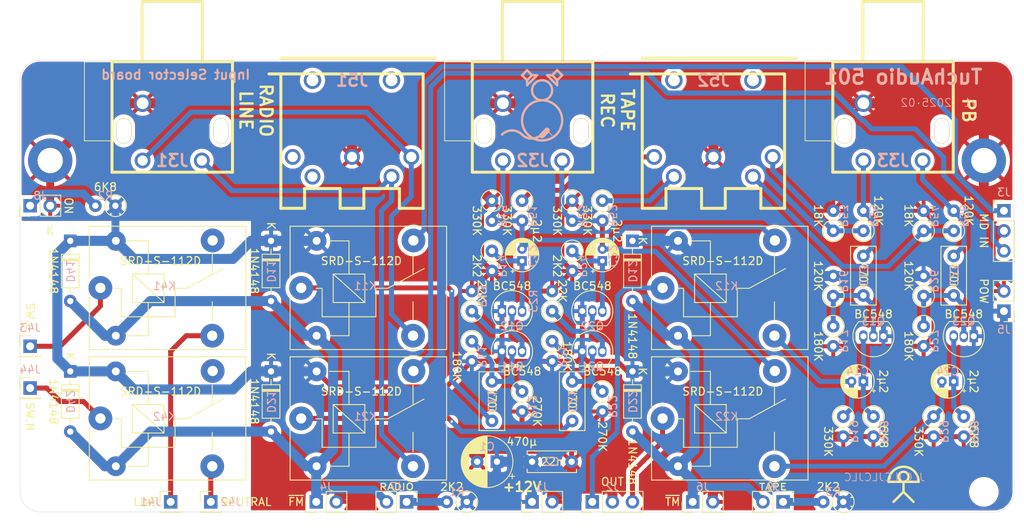
<source format=kicad_pcb>
(kicad_pcb (version 20240108) (generator "pcbnew") (generator_version "8.0")
  (layers (0 "F.Cu" signal) (31 "B.Cu" signal) (34 "B.Paste" user) (35 "F.Paste" user) (36 "B.SilkS" user "B.Silkscreen") (37 "F.SilkS" user "F.Silkscreen") (38 "B.Mask" user) (39 "F.Mask" user) (44 "Edge.Cuts" user))
  (net 0 "")
  (net 1 "GND")
  (net 2 "+12V")
  (net 3 "/LIN_B")
  (net 4 "/LINE_IN")
  (net 5 "/LE")
  (net 6 "/LINE_OUT")
  (net 7 "/TAPE_PB")
  (net 8 "/TM_B")
  (net 9 "/TAPE_OUT")
  (net 10 "/TM_E")
  (net 11 "/LIN_B'")
  (net 12 "/LINE_IN'")
  (net 13 "/LINE_OUT'")
  (net 14 "/LE'")
  (net 15 "/TM_B'")
  (net 16 "/TAPE_PB'")
  (net 17 "/TM_E'")
  (net 18 "/TAPE_OUT'")
  (net 19 "/~{FM}")
  (net 20 "/~{TM}")
  (net 21 "/OUT")
  (net 22 "/OUT'")
  (net 23 "/MD'")
  (net 24 "/MD")
  (net 25 "/FM'")
  (net 26 "/FM")
  (net 27 "/AC_N")
  (net 28 "/AC_L")
  (net 29 "/SW_L")
  (net 30 "/SW_N")
  (net 33 "/PB'")
  (net 34 "/REC")
  (net 35 "/PB")
  (net 36 "/REC'")
  (net 39 "/LB")
  (net 40 "/LB'")
  (net 41 "/FM_LED")
  (net 42 "/PW_LED")
  (net 43 "/TM_LED")
  (footprint "Resistor_THT:R_Axial_DIN0207_L6.3mm_D2.5mm_P2.54mm_Vertical" (layer "F.Cu") (at 92.71 53.34 -90)
    (property "Reference" "R15")
    (property "Value" "330K")
  )
  (footprint "MountingHole:MountingHole_3.2mm_M3_DIN965_Pad" (layer "F.Cu") (at 154.94 48.26)
    (property "Reference" "H2" (hide yes))
    (property "Value" "MountingHole_Pad" (hide yes))
  )
  (footprint "Capacitor_THT:CP_Radial_D4.0mm_P1.50mm" (layer "F.Cu") (at 139.7 76.2 180)
    (property "Reference" "C14")
    (property "Value" "2µ2")
  )
  (footprint "Relay_THT:Relay_SPDT_SANYOU_SRD_Series_Form_C" (layer "F.Cu") (at 68.58 64.37)
    (property "Reference" "K11")
    (property "Value" "SRD-S-112D")
  )
  (footprint "Connector_PinHeader_2.54mm:PinHeader_1x02_P2.54mm_Vertical" (layer "F.Cu") (at 129.54 91.44 -90)
    (property "Reference" "J9")
    (property "Value" "TAPE")
  )
  (footprint "Resistor_THT:R_Axial_DIN0207_L6.3mm_D2.5mm_P2.54mm_Vertical" (layer "F.Cu") (at 106.68 53.34 -90)
    (property "Reference" "R52")
    (property "Value" "330K")
  )
  (footprint "Resistor_THT:R_Axial_DIN0207_L6.3mm_D2.5mm_P2.54mm_Vertical" (layer "F.Cu") (at 137.16 80.645 -90)
    (property "Reference" "R19")
    (property "Value" "330K")
  )
  (footprint "Diode_THT:D_DO-35_SOD27_P7.62mm_Horizontal" (layer "F.Cu") (at 110.49 58.42 -90)
    (property "Reference" "D12")
    (property "Value" "1N4148")
  )
  (footprint "Connector_PinHeader_2.54mm:PinHeader_1x02_P2.54mm_Vertical" (layer "F.Cu") (at 81.915 91.44 -90)
    (property "Reference" "J7")
    (property "Value" "RADIO")
  )
  (footprint "Resistor_THT:R_Axial_DIN0207_L6.3mm_D2.5mm_P2.54mm_Vertical" (layer "F.Cu") (at 140.97 80.645 -90)
    (property "Reference" "R18")
    (property "Value" "6K8")
  )
  (footprint "Resistor_THT:R_Axial_DIN0207_L6.3mm_D2.5mm_P2.54mm_Vertical" (layer "F.Cu") (at 106.68 77.47 -90)
    (property "Reference" "R22")
    (property "Value" "270K")
  )
  (footprint "Capacitor_THT:C_Rect_L7.2mm_W3.0mm_P5.00mm_FKS2_FKP2_MKS2_MKP2" (layer "F.Cu") (at 151.13 60.325 -90)
    (property "Reference" "C23")
    (property "Value" "470n")
  )
  (footprint "Resistor_THT:R_Axial_DIN0207_L6.3mm_D2.5mm_P2.54mm_Vertical" (layer "F.Cu") (at 100.33 67.31 90)
    (property "Reference" "R23")
    (property "Value" "22K")
  )
  (footprint "Resistor_THT:R_Axial_DIN0207_L6.3mm_D2.5mm_P2.54mm_Vertical" (layer "F.Cu") (at 100.33 71.12 -90)
    (property "Reference" "R21")
    (property "Value" "180K")
  )
  (footprint "Connector_PinHeader_2.54mm:PinHeader_1x01_P2.54mm_Vertical" (layer "F.Cu") (at 57.15 91.44)
    (property "Reference" "J42")
    (property "Value" "NEUTRAL")
  )
  (footprint "Package_TO_SOT_THT:TO-92_Inline" (layer "F.Cu") (at 104.14 72.39)
    (property "Reference" "Q21")
    (property "Value" "BC548")
  )
  (footprint "Diode_THT:D_DO-35_SOD27_P7.62mm_Horizontal" (layer "F.Cu") (at 110.49 74.93 -90)
    (property "Reference" "D22")
    (property "Value" "1N4148")
  )
  (footprint "Resistor_THT:R_Axial_DIN0207_L6.3mm_D2.5mm_P2.54mm_Vertical" (layer "F.Cu") (at 147.32 65.405 90)
    (property "Reference" "R26")
    (property "Value" "120K")
  )
  (footprint "durango:DIN 5-180deg" (layer "F.Cu") (at 111.73 37.3)
    (property "Reference" "J52")
    (property "Value" "TAPE")
  )
  (footprint "Resistor_THT:R_Axial_DIN0207_L6.3mm_D2.5mm_P2.54mm_Vertical" (layer "F.Cu") (at 135.89 57.15 90)
    (property "Reference" "R53")
    (property "Value" "18K")
  )
  (footprint "Capacitor_THT:CP_Radial_D6.3mm_P2.50mm" (layer "F.Cu") (at 93.345 86.36 180)
    (property "Reference" "C1")
    (property "Value" "470µ")
  )
  (footprint "Resistor_THT:R_Axial_DIN0207_L6.3mm_D2.5mm_P2.54mm_Vertical" (layer "F.Cu") (at 92.71 59.69 -90)
    (property "Reference" "R14")
    (property "Value" "2K2")
  )
  (footprint "Resistor_THT:R_Axial_DIN0207_L6.3mm_D2.5mm_P2.54mm_Vertical" (layer "F.Cu") (at 102.87 59.69 -90)
    (property "Reference" "R24")
    (property "Value" "2K2")
  )
  (footprint "Package_TO_SOT_THT:TO-92_Inline" (layer "F.Cu") (at 93.98 72.39)
    (property "Reference" "Q11")
    (property "Value" "BC548")
  )
  (footprint "Connector_PinHeader_2.54mm:PinHeader_1x01_P2.54mm_Vertical" (layer "F.Cu") (at 34.29 77.04)
    (property "Reference" "J44")
    (property "Value" "SW.N")
  )
  (footprint "Resistor_THT:R_Axial_DIN0207_L6.3mm_D2.5mm_P2.54mm_Vertical" (layer "F.Cu") (at 96.52 77.47 -90)
    (property "Reference" "R12")
    (property "Value" "270K")
  )
  (footprint "Resistor_THT:R_Axial_DIN0207_L6.3mm_D2.5mm_P2.54mm_Vertical" (layer "F.Cu") (at 147.32 57.15 90)
    (property "Reference" "R54")
    (property "Value" "18K")
  )
  (footprint "durango:2xRCA_vertical" (layer "F.Cu") (at 102.93 35.76 180)
    (property "Reference" "J32")
    (property "Value" "REC")
  )
  (footprint "Diode_THT:D_DO-35_SOD27_P7.62mm_Horizontal" (layer "F.Cu") (at 64.77 58.42 -90)
    (property "Reference" "D11")
    (property "Value" "1N4148")
  )
  (footprint "MountingHole:MountingHole_3.2mm_M3" (layer "F.Cu") (at 36.83 90.17)
    (property "Reference" "H3" (hide yes))
    (property "Value" "MountingHole" (hide yes))
  )
  (footprint "Resistor_THT:R_Axial_DIN0207_L6.3mm_D2.5mm_P2.54mm_Vertical" (layer "F.Cu") (at 135.89 65.405 90)
    (property "Reference" "R16")
    (property "Value" "120K")
  )
  (footprint "Relay_THT:Relay_SPDT_SANYOU_SRD_Series_Form_C" (layer "F.Cu") (at 43.18 64.37)
    (property "Reference" "K41")
    (property "Value" "SRD-S-112D")
  )
  (footprint "Capacitor_THT:C_Rect_L7.2mm_W3.0mm_P5.00mm_FKS2_FKP2_MKS2_MKP2" (layer "F.Cu") (at 139.7 60.325 -90)
    (property "Reference" "C13")
    (property "Value" "470n")
  )
  (footprint "Connector_PinHeader_2.54mm:PinHeader_1x02_P2.54mm_Vertical" (layer "F.Cu") (at 34.29 53.975 90)
    (property "Reference" "J8")
    (property "Value" "ON")
  )
  (footprint "Resistor_THT:R_Axial_DIN0207_L6.3mm_D2.5mm_P2.54mm_Vertical" (layer "F.Cu") (at 148.59 80.645 -90)
    (property "Reference" "R29")
    (property "Value" "330K")
  )
  (footprint "Capacitor_THT:CP_Radial_D4.0mm_P1.50mm" (layer "F.Cu") (at 106.68 60.96 90)
    (property "Reference" "C22")
    (property "Value" "2µ2")
  )
  (footprint "Diode_THT:D_DO-35_SOD27_P7.62mm_Horizontal" (layer "F.Cu") (at 39.37 58.42 -90)
    (property "Reference" "D41")
    (property "Value" "1N4148")
  )
  (footprint "Connector_PinHeader_2.54mm:PinHeader_1x01_P2.54mm_Vertical" (layer "F.Cu") (at 52.07 91.44)
    (property "Reference" "J41")
    (property "Value" "LIVE")
  )
  (footprint "Connector_PinHeader_2.54mm:PinHeader_1x01_P2.54mm_Vertical" (layer "F.Cu") (at 34.29 71.755)
    (property "Reference" "J43")
    (property "Value" "SW.L")
  )
  (footprint "Resistor_THT:R_Axial_DIN0207_L6.3mm_D2.5mm_P2.54mm_Vertical" (layer "F.Cu") (at 90.17 67.31 90)
    (property "Reference" "R13")
    (property "Value" "22K")
  )
  (footprint "Resistor_THT:R_Axial_DIN0207_L6.3mm_D2.5mm_P2.54mm_Vertical" (layer "F.Cu") (at 137.16 91.44 180)
    (property "Reference" "R3")
    (property "Value" "2K2")
  )
  (footprint "Resistor_THT:R_Axial_DIN0207_L6.3mm_D2.5mm_P2.54mm_Vertical" (layer "F.Cu") (at 152.4 80.645 -90)
    (property "Reference" "R28")
    (property "Value" "6K8")
  )
  (footprint "MountingHole:MountingHole_3.2mm_M3_DIN965_Pad" (layer "F.Cu") (at 36.83 48.26)
    (property "Reference" "H1" (hide yes))
    (property "Value" "MountingHole_Pad" (hide yes))
  )
  (footprint "Relay_THT:Relay_SPDT_SANYOU_SRD_Series_Form_C" (layer "F.Cu") (at 68.58 80.88)
    (property "Reference" "K21")
    (property "Value" "SRD-S-112D")
  )
  (footprint "Resistor_THT:R_Axial_DIN0207_L6.3mm_D2.5mm_P2.54mm_Vertical" (layer "F.Cu") (at 102.87 53.34 -90)
    (property "Reference" "R25")
    (property "Value" "330K")
  )
  (footprint "Diode_THT:D_DO-35_SOD27_P7.62mm_Horizontal" (layer "F.Cu") (at 64.77 74.93 -90)
    (property "Reference" "D21")
    (property "Value" "1N4148")
  )
  (footprint "Capacitor_THT:CP_Radial_D4.0mm_P1.50mm" (layer "F.Cu") (at 151.13 76.2 180)
    (property "Reference" "C24")
    (property "Value" "2µ2")
  )
  (footprint "Resistor_THT:R_Axial_DIN0207_L6.3mm_D2.5mm_P2.54mm_Vertical" (layer "F.Cu") (at 139.7 57.15 90)
    (property "Reference" "R55")
    (property "Value" "120K")
  )
  (footprint "Resistor_THT:R_Axial_DIN0207_L6.3mm_D2.5mm_P2.54mm_Vertical" (layer "F.Cu") (at 135.89 69.215 -90)
    (property "Reference" "R17")
    (property "Value" "180K")
  )
  (footprint "Relay_THT:Relay_SPDT_SANYOU_SRD_Series_Form_C" (layer "F.Cu") (at 114.3 64.37)
    (property "Reference" "K12")
    (property "Value" "SRD-S-112D")
  )
  (footprint "Package_TO_SOT_THT:TO-92_Inline" (layer "F.Cu") (at 93.98 67.31)
    (property "Reference" "Q12")
    (property "Value" "BC548")
  )
  (footprint "Package_TO_SOT_THT:TO-92_Inline" (layer "F.Cu") (at 104.14 67.31)
    (property "Reference" "Q22")
    (property "Value" "BC548")
  )
  (footprint "Resistor_THT:R_Axial_DIN0207_L6.3mm_D2.5mm_P2.54mm_Vertical" (layer "F.Cu") (at 147.32 69.215 -90)
    (property "Reference" "R27")
    (property "Value" "180K")
  )
  (footprint "Relay_THT:Relay_SPDT_SANYOU_SRD_Series_Form_C" (layer "F.Cu") (at 114.3 80.88)
    (property "Reference" "K22")
    (property "Value" "SRD-S-112D")
  )
  (footprint "Connector_PinHeader_2.54mm:PinHeader_1x02_P2.54mm_Vertical" (layer "F.Cu") (at 70.485 91.44 90)
    (property "Reference" "J4")
    (property "Value" "~{FM}")
  )
  (footprint "Diode_THT:D_DO-35_SOD27_P7.62mm_Horizontal" (layer "F.Cu") (at 39.37 74.93 -90)
    (property "Reference" "D42")
    (property "Value" "1N4148")
  )
  (footprint "Connector_PinHeader_2.54mm:PinHeader_1x03_P2.54mm_Vertical" (layer "F.Cu") (at 105.41 91.44 90)
    (property "Reference" "J2")
    (property "Value" "OUT")
  )
  (footprint "Resistor_THT:R_Axial_DIN0207_L6.3mm_D2.5mm_P2.54mm_Vertical" (layer "F.Cu") (at 96.52 53.34 -90)
    (property "Reference" "R51")
    (property "Value" "330K")
  )
  (footprint "Package_TO_SOT_THT:TO-92_Inline" (layer "F.Cu") (at 142.24 70.485 180)
    (property "Reference" "Q13")
    (property "Value" "BC548")
  )
  (footprint "Resistor_THT:R_Axial_DIN0207_L6.3mm_D2.5mm_P2.54mm_Vertical" (layer "F.Cu") (at 45.085 53.975 180)
    (property "Reference" "R2")
    (property "Value" "6K8")
  )
  (footprint "Capacitor_THT:C_Rect_L7.2mm_W3.0mm_P5.00mm_FKS2_FKP2_MKS2_MKP2" (layer "F.Cu") (at 92.71 81.2 90)
    (property "Reference" "C11")
    (property "Value" "470n")
  )
  (footprint "Connector_PinHeader_2.54mm:PinHeader_1x03_P2.54mm_Vertical" (layer "F.Cu") (at 157.48 54.61)
    (property "Reference" "J3")
    (property "Value" "MD IN")
  )
  (footprint "Resistor_THT:R_Axial_DIN0207_L6.3mm_D2.5mm_P2.54mm_Vertical" (layer "F.Cu") (at 90.17 71.12 -90)
    (property "Reference" "R11")
    (property "Value" "180K")
  )
  (footprint "Relay_THT:Relay_SPDT_SANYOU_SRD_Series_Form_C" (layer "F.Cu") (at 43.18 80.88)
    (property "Reference" "K42")
    (property "Value" "SRD-S-112D")
  )
  (footprint "Capacitor_THT:C_Disc_D6.0mm_W2.5mm_P5.00mm" (layer "F.Cu") (at 97.79 86.36)
    (property "Reference" "C2")
    (property "Value" "22n")
  )
  (footprint "Connector_PinHeader_2.54mm:PinHeader_1x02_P2.54mm_Vertical" (layer "F.Cu") (at 118.11 91.44 90)
    (property "Reference" "J6")
    (property "Value" "~{TM}")
  )
  (footprint "Capacitor_THT:C_Rect_L7.2mm_W3.0mm_P5.00mm_FKS2_FKP2_MKS2_MKP2" (layer "F.Cu") (at 102.87 81.2 90)
    (property "Reference" "C21")
    (property "Value" "470n")
  )
  (footprint "Package_TO_SOT_THT:TO-92_Inline" (layer "F.Cu") (at 153.67 70.485 180)
    (property "Reference" "Q23")
    (property "Value" "BC548")
  )
  (footprint "durango:2xRCA_vertical" (layer "F.Cu") (at 148.53 35.76 180)
    (property "Reference" "J33")
    (property "Value" "PB")
  )
  (footprint "Connector_PinHeader_2.54mm:PinHeader_1x02_P2.54mm_Vertical" (layer "F.Cu") (at 97.785 91.44 90)
    (property "Reference" "J1")
    (property "Value" "+12V")
  )
  (footprint "Connector_PinHeader_2.54mm:PinHeader_1x02_P2.54mm_Vertical" (layer "F.Cu") (at 157.48 67.31 180)
    (property "Reference" "J5")
    (property "Value" "POW")
  )
  (footprint "Capacitor_THT:CP_Radial_D4.0mm_P1.50mm" (layer "F.Cu") (at 96.52 60.96 90)
    (property "Reference" "C12")
    (property "Value" "2µ2")
  )
  (footprint "durango:DIN 5-180deg" (layer "F.Cu") (at 66.01 37.3)
    (property "Reference" "J51")
    (property "Value" "RADIO")
  )
  (footprint "durango:2xRCA_vertical" (layer "F.Cu") (at 57.35 35.76 180)
    (property "Reference" "J31")
    (property "Value" "LINE")
  )
  (footprint "Resistor_THT:R_Axial_DIN0207_L6.3mm_D2.5mm_P2.54mm_Vertical" (layer "F.Cu") (at 89.535 91.44 180)
    (property "Reference" "R1")
    (property "Value" "2K2")
  )
  (footprint "Resistor_THT:R_Axial_DIN0207_L6.3mm_D2.5mm_P2.54mm_Vertical" (layer "F.Cu") (at 151.13 57.15 90)
    (property "Reference" "R56")
    (property "Value" "120K")
  )
  (footprint "MountingHole:MountingHole_3.2mm_M3" (layer "F.Cu") (at 154.94 90.17)
    (property "Reference" "H4" (hide yes))
    (property "Value" "MountingHole" (hide yes))
  )
  (gr_arc (start 99.006746 44.920356) (mid 97.775262 45.479676) (end 96.52 44.976051) (stroke (width 0.3)) (layer "B.SilkS"))
  (gr_line (start 100.965 38.1) (end 101.6 37.465) (stroke (width 0.3)) (layer "B.SilkS"))
  (gr_line (start 100.33 37.465) (end 100.965 38.1) (stroke (width 0.3)) (layer "B.SilkS"))
  (gr_line (start 97.155 36.83) (end 97.79 37.465) (stroke (width 0.3)) (layer "B.SilkS"))
  (gr_arc (start 93.98 44.976051) (mid 95.25 44.45) (end 96.52 44.976051) (stroke (width 0.3)) (layer "B.SilkS"))
  (gr_line (start 96.52 37.465) (end 97.155 36.83) (stroke (width 0.3)) (layer "B.SilkS"))
  (gr_line (start 100.33 38.1) (end 100.965 38.735) (stroke (width 0.3)) (layer "B.SilkS"))
  (gr_circle (center 99.06 43.18) (end 101.6 43.18) (stroke (width 0.3)) (fill none) (layer "B.SilkS"))
  (gr_line (start 101.6 37.465) (end 100.965 36.83) (stroke (width 0.3)) (layer "B.SilkS"))
  (gr_line (start 99.695 44.45) (end 100.33 45.085) (stroke (width 0.1)) (layer "B.SilkS"))
  (gr_line (start 100.965 38.735) (end 100.965 38.1) (stroke (width 0.3)) (layer "B.SilkS"))
  (gr_line (start 97.79 37.465) (end 97.155 38.1) (stroke (width 0.3)) (layer "B.SilkS"))
  (gr_line (start 97.155 38.1) (end 97.155 38.735) (stroke (width 0.3)) (layer "B.SilkS"))
  (gr_line (start 100.33 37.465) (end 99.695 37.465) (stroke (width 0.3)) (layer "B.SilkS"))
  (gr_line (start 99.06 45.085) (end 99.695 44.45) (stroke (width 0.7) (type dash_dot_dot)) (layer "B.SilkS"))
  (gr_line (start 100.965 36.83) (end 100.33 37.465) (stroke (width 0.3)) (layer "B.SilkS"))
  (gr_circle (center 99.06 39.37) (end 100.33 39.37) (stroke (width 0.3)) (fill none) (layer "B.SilkS"))
  (gr_line (start 97.155 38.1) (end 96.52 37.465) (stroke (width 0.3)) (layer "B.SilkS"))
  (gr_line (start 99.695 37.465) (end 100.33 38.1) (stroke (width 0.3)) (layer "B.SilkS"))
  (gr_line (start 98.425 37.465) (end 97.79 37.465) (stroke (width 0.3)) (layer "B.SilkS"))
  (gr_line (start 97.155 38.735) (end 98.425 37.465) (stroke (width 0.3)) (layer "B.SilkS"))
  (gr_circle (center 144.78 88.265) (end 145.415 88.265) (stroke (width 0.3)) (fill none) (layer "F.SilkS"))
  (gr_line (start 144.78 88.9) (end 144.78 90.17) (stroke (width 0.3)) (layer "F.SilkS"))
  (gr_line (start 142.875 88.9) (end 146.685 88.9) (stroke (width 0.3)) (layer "F.SilkS"))
  (gr_line (start 144.78 90.17) (end 146.05 91.44) (stroke (width 0.3)) (layer "F.SilkS"))
  (gr_line (start 144.78 90.17) (end 143.51 91.44) (stroke (width 0.3)) (layer "F.SilkS"))
  (gr_arc (start 142.875 88.9) (mid 144.78 86.995) (end 146.685 88.9) (stroke (width 0.3)) (layer "F.SilkS"))
  (gr_arc (start 156.21 35.56) (mid 158.006051 36.303949) (end 158.75 38.1) (stroke (width 0.05)) (layer "Edge.Cuts"))
  (gr_arc (start 158.75 90.17) (mid 158.006051 91.966051) (end 156.21 92.71) (stroke (width 0.05)) (layer "Edge.Cuts"))
  (gr_line (start 33.02 90.17) (end 33.02 38.1) (stroke (width 0.05)) (layer "Edge.Cuts"))
  (gr_arc (start 33.02 38.1) (mid 33.763949 36.303949) (end 35.56 35.56) (stroke (width 0.05)) (layer "Edge.Cuts"))
  (gr_arc (start 35.56 92.71) (mid 33.763949 91.966051) (end 33.02 90.17) (stroke (width 0.05)) (layer "Edge.Cuts"))
  (gr_line (start 35.56 35.56) (end 156.21 35.56) (stroke (width 0.05)) (layer "Edge.Cuts"))
  (gr_line (start 156.21 92.71) (end 35.56 92.71) (stroke (width 0.05)) (layer "Edge.Cuts"))
  (gr_line (start 158.75 38.1) (end 158.75 90.17) (stroke (width 0.05)) (layer "Edge.Cuts"))
  (gr_text "v1  2025·02" (at 154.178 41.529 0) (layer "B.SilkS") (effects (font (size 1 1) (thickness 0.1)) (justify left bottom mirror)))
  (gr_text "JLCJLCJLCJLC" (at 147.574 88.9 0) (layer "B.SilkS") (effects (font (size 1 1) (thickness 0.1)) (justify left bottom mirror)))
  (gr_text "TuchAudio 501" (at 154.94 38.735 0) (layer "B.SilkS") (effects (font (size 1.8 1.8) (thickness 0.36) (bold yes)) (justify left bottom mirror)))
  (gr_text "Input Selector board" (at 52.705 38.1 0) (layer "B.SilkS") (effects (font (size 1.2 1.2) (thickness 0.24) (bold yes)) (justify bottom mirror)))
  (segment (start 90.17 64.77) (end 92.71 62.23) (width 0.635) (layer "F.Cu") (net 1))
  (segment (start 134.62 41.01) (end 139.7 41.01) (width 1.27) (layer "F.Cu") (net 1))
  (segment (start 102.01 89.755) (end 102.79 88.975) (width 1.27) (layer "F.Cu") (net 1))
  (segment (start 144.78 71.755) (end 144.78 83.185) (width 0.635) (layer "F.Cu") (net 1))
  (segment (start 154.94 48.26) (end 154.94 55.812081) (width 1.27) (layer "F.Cu") (net 1))
  (segment (start 96.52 84.725) (end 98.695 84.725) (width 1.27) (layer "F.Cu") (net 1))
  (segment (start 146.0025 53.2925) (end 137.2075 53.2925) (width 0.635) (layer "F.Cu") (net 1))
  (segment (start 156.1125 63.4025) (end 156.1125 62.23) (width 0.635) (layer "F.Cu") (net 1))
  (segment (start 127.702919 83.185) (end 137.16 83.185) (width 1.27) (layer "F.Cu") (net 1))
  (segment (start 102.79 86.36) (end 102.79 83.9) (width 0.635) (layer "F.Cu") (net 1))
  (segment (start 93.98 40.64) (end 93.61 41.01) (width 0.635) (layer "F.Cu") (net 1))
  (segment (start 135.89 54.61) (end 134.62 53.34) (width 1.27) (layer "F.Cu") (net 1))
  (segment (start 144.78 83.185) (end 152.4 83.185) (width 0.635) (layer "F.Cu") (net 1))
  (segment (start 148.6375 55.9275) (end 148.6375 62.23) (width 0.635) (layer "F.Cu") (net 1))
  (segment (start 120.65 90.237919) (end 127.702919 83.185) (width 1.27) (layer "F.Cu") (net 1))
  (segment (start 156.1125 62.23) (end 156.1125 58.5175) (width 0.635) (layer "F.Cu") (net 1))
  (segment (start 101.5525 60.9125) (end 102.87 62.23) (width 0.635) (layer "F.Cu") (net 1))
  (segment (start 154.94 55.812081) (end 156.277919 57.15) (width 1.27) (layer "F.Cu") (net 1))
  (segment (start 148.6375 70.4375) (end 147.32 71.755) (width 0.635) (layer "F.Cu") (net 1))
  (segment (start 91.34863 84.725) (end 96.52 84.725) (width 1.27) (layer "F.Cu") (net 1))
  (segment (start 137.2075 53.2925) (end 135.89 54.61) (width 0.635) (layer "F.Cu") (net 1))
  (segment (start 95.25 64.77) (end 100.33 64.77) (width 0.635) (layer "F.Cu") (net 1))
  (segment (start 120.73 41.09) (end 120.65 41.01) (width 1.27) (layer "F.Cu") (net 1))
  (segment (start 94.1 40.64) (end 93.98 40.64) (width 0.635) (layer "F.Cu") (net 1))
  (segment (start 147.32 54.61) (end 148.6375 55.9275) (width 0.635) (layer "F.Cu") (net 1))
  (segment (start 101.5525 54.6575) (end 101.5525 60.9125) (width 0.635) (layer "F.Cu") (net 1))
  (segment (start 88.9 41.01) (end 94.1 41.01) (width 1.27) (layer "F.Cu") (net 1))
  (segment (start 91.34863 84.725) (end 91.21863 84.595) (width 1.27) (layer "F.Cu") (net 1))
  (segment (start 44.08 41.01) (end 48.52 41.01) (width 1.27) (layer "F.Cu") (net 1))
  (segment (start 102.79 88.975) (end 102.79 86.36) (width 1.27) (layer "F.Cu") (net 1))
  (segment (start 74.93 41.01) (end 88.9 41.01) (width 1.27) (layer "F.Cu") (net 1))
  (segment (start 139.7 41.01) (end 151.649797 41.01) (width 1.27) (layer "F.Cu") (net 1))
  (segment (start 36.83 48.26) (end 44.08 41.01) (width 1.27) (layer "F.Cu") (net 1))
  (segment (start 94.1 41.01) (end 120.65 41.01) (width 1.27) (layer "F.Cu") (net 1))
  (segment (start 75.01 41.09) (end 74.93 41.01) (width 1.27) (layer "F.Cu") (net 1))
  (segment (start 135.89 71.755) (end 144.78 71.755) (width 0.635) (layer "F.Cu") (net 1))
  (segment (start 156.1125 58.5175) (end 157.48 57.15) (width 0.635) (layer "F.Cu") (net 1))
  (segment (start 91.3925 54.6575) (end 91.3925 60.9125) (width 0.635) (layer "F.Cu") (net 1))
  (segment (start 144.78 71.755) (end 147.32 71.755) (width 0.635) (layer "F.Cu") (net 1))
  (segment (start 134.62 53.34) (end 134.62 41.01) (width 1.27) (layer "F.Cu") (net 1))
  (segment (start 154.94 44.300203) (end 154.94 48.26) (width 1.27) (layer "F.Cu") (net 1))
  (segment (start 151.649797 41.01) (end 154.94 44.300203) (width 1.27) (layer "F.Cu") (net 1))
  (segment (start 91.21863 84.595) (end 79.87 84.595) (width 1.27) (layer "F.Cu") (net 1))
  (segment (start 90.845 85.22863) (end 91.34863 84.725) (width 1.27) (layer "F.Cu") (net 1))
  (segment (start 100.33 64.77) (end 102.87 62.23) (width 0.635) (layer "F.Cu") (net 1))
  (segment (start 88.9 49.53) (end 88.9 41.01) (width 1.27) (layer "F.Cu") (net 1))
  (segment (start 90.845 86.36) (end 90.845 85.22863) (width 1.27) (layer "F.Cu") (net 1))
  (segment (start 98.695 84.725) (end 100.325 86.355) (width 1.27) (layer "F.Cu") (net 1))
  (segment (start 102.79 83.9) (end 106.68 80.01) (width 0.635) (layer "F.Cu") (net 1))
  (segment (start 92.71 53.34) (end 88.9 49.53) (width 1.27) (layer "F.Cu") (net 1))
  (segment (start 144.78 83.185) (end 137.16 83.185) (width 0.635) (layer "F.Cu") (net 1))
  (segment (start 79.87 84.595) (end 73.025 91.44) (width 1.27) (layer "F.Cu") (net 1))
  (segment (start 148.6375 62.23) (end 148.6375 70.4375) (width 0.635) (layer "F.Cu") (net 1))
  (segment (start 148.6375 62.23) (end 156.1125 62.23) (width 0.635) (layer "F.Cu") (net 1))
  (segment (start 147.32 54.61) (end 146.0025 53.2925) (width 0.635) (layer "F.Cu") (net 1))
  (segment (start 91.3925 60.9125) (end 92.71 62.23) (width 0.635) (layer "F.Cu") (net 1))
  (segment (start 120.73 47.8) (end 120.73 41.09) (width 1.27) (layer "F.Cu") (net 1))
  (segment (start 100.325 91.44) (end 102.01 89.755) (width 1.27) (layer "F.Cu") (net 1))
  (segment (start 107.535 89.755) (end 107.95 90.17) (width 1.27) (layer "F.Cu") (net 1))
  (segment (start 92.71 53.34) (end 91.3925 54.6575) (width 0.635) (layer "F.Cu") (net 1))
  (segment (start 156.277919 57.15) (end 157.48 57.15) (width 1.27) (layer "F.Cu") (net 1))
  (segment (start 102.87 53.34) (end 101.5525 54.6575) (width 0.635) (layer "F.Cu") (net 1))
  (segment (start 107.95 90.17) (end 107.95 91.44) (width 1.27) (layer "F.Cu") (net 1))
  (segment (start 120.65 41.01) (end 134.62 41.01) (width 1.27) (layer "F.Cu") (net 1))
  (segment (start 92.71 62.23) (end 95.25 64.77) (width 0.635) (layer "F.Cu") (net 1))
  (segment (start 36.83 48.26) (end 36.83 53.975) (width 1) (layer "F.Cu") (net 1))
  (segment (start 120.65 91.44) (end 120.65 90.237919) (width 1.27) (layer "F.Cu") (net 1))
  (segment (start 100.325 86.355) (end 100.325 91.44) (width 1.27) (layer "F.Cu") (net 1))
  (segment (start 75.01 47.8) (end 75.01 41.09) (width 1.27) (layer "F.Cu") (net 1))
  (segment (start 48.52 41.01) (end 74.93 41.01) (width 1.27) (layer "F.Cu") (net 1))
  (segment (start 102.01 89.755) (end 107.535 89.755) (width 1.27) (layer "F.Cu") (net 1))
  (segment (start 157.48 64.77) (end 156.1125 63.4025) (width 0.635) (layer "F.Cu") (net 1))
  (segment (start 96.52 84.725) (end 96.52 80.01) (width 0.635) (layer "F.Cu") (net 1))
  (segment (start 93.345 73.66) (end 90.17 73.66) (width 0.635) (layer "F.Cu") (net 2))
  (segment (start 110.49 74.93) (end 109.855 74.93) (width 0.635) (layer "F.Cu") (net 2))
  (segment (start 104.775 73.66) (end 104.14 73.025) (width 0.635) (layer "F.Cu") (net 2))
  (segment (start 108.585 73.66) (end 104.775 73.66) (width 0.635) (layer "F.Cu") (net 2))
  (segment (start 93.98 73.66) (end 93.98 73.025) (width 0.635) (layer "F.Cu") (net 2))
  (segment (start 104.14 67.31) (end 104.14 72.39) (width 0.635) (layer "F.Cu") (net 2))
  (segment (start 100.33 73.66) (end 94.615 73.66) (width 0.635) (layer "F.Cu") (net 2))
  (segment (start 72.4975 76.8975) (end 86.9325 76.8975) (width 0.635) (layer "F.Cu") (net 2))
  (segment (start 104.14 73.66) (end 103.505 73.66) (width 0.635) (layer "F.Cu") (net 2))
  (segment (start 70.53 74.93) (end 72.4975 76.8975) (width 0.635) (layer "F.Cu") (net 2))
  (segment (start 93.98 73.025) (end 93.98 67.31) (width 0.635) (layer "F.Cu") (net 2))
  (segment (start 93.98 73.66) (end 93.345 73.66) (width 0.635) (layer "F.Cu") (net 2))
  (segment (start 104.14 73.025) (end 104.14 72.39) (width 0.635) (layer "F.Cu") (net 2))
  (segment (start 103.505 73.66) (end 100.33 73.66) (width 0.635) (layer "F.Cu") (net 2))
  (segment (start 103.505 73.66) (end 104.14 73.025) (width 0.635) (layer "F.Cu") (net 2))
  (segment (start 109.855 74.93) (end 108.585 73.66) (width 0.635) (layer "F.Cu") (net 2))
  (segment (start 93.98 73.025) (end 93.98 72.39) (width 0.635) (layer "F.Cu") (net 2))
  (segment (start 104.14 73.66) (end 104.14 72.39) (width 0.635) (layer "F.Cu") (net 2))
  (segment (start 93.345 73.66) (end 93.98 73.025) (width 0.635) (layer "F.Cu") (net 2))
  (segment (start 94.615 73.66) (end 93.98 73.025) (width 0.635) (layer "F.Cu") (net 2))
  (segment (start 104.775 73.66) (end 104.14 73.66) (width 0.635) (layer "F.Cu") (net 2))
  (segment (start 94.615 73.66) (end 93.98 73.66) (width 0.635) (layer "F.Cu") (net 2))
  (segment (start 86.9325 76.8975) (end 90.17 73.66) (width 0.635) (layer "F.Cu") (net 2))
  (segment (start 153.67 66.001773) (end 153.67 67.31) (width 0.635) (layer "B.Cu") (net 2))
  (segment (start 147.32 62.865) (end 150.533227 62.865) (width 0.635) (layer "B.Cu") (net 2))
  (segment (start 120.695 62.865) (end 135.89 62.865) (width 1.27) (layer "B.Cu") (net 2))
  (segment (start 64.77 58.42) (end 70.53 58.42) (width 1.27) (layer "B.Cu") (net 2))
  (segment (start 146.266321 91.44) (end 137.16 91.44) (width 1) (layer "B.Cu") (net 2))
  (segment (start 142.24 70.485) (end 142.24 62.865) (width 0.635) (layer "B.Cu") (net 2))
  (segment (start 45.13 58.42) (end 39.37 58.42) (width 1.27) (layer "B.Cu") (net 2))
  (segment (start 45.13 58.42) (end 47.415 60.705) (width 1.27) (layer "B.Cu") (net 2))
  (segment (start 62.23 58.42) (end 64.77 58.42) (width 1.27) (layer "B.Cu") (net 2))
  (segment (start 153.67 67.31) (end 153.67 70.485) (width 0.635) (layer "B.Cu") (net 2))
  (segment (start 64.77 74.93) (end 70.53 74.93) (width 1.27) (layer "B.Cu") (net 2))
  (segment (start 157.48 80.226321) (end 146.266321 91.44) (width 1) (layer "B.Cu") (net 2))
  (segment (start 39.37 58.42) (end 37.735 60.055) (width 1.27) (layer "B.Cu") (net 2))
  (segment (start 97.785 86.365) (end 97.79 86.36) (width 1.27) (layer "B.Cu") (net 2))
  (segment (start 116.25 58.42) (end 110.49 58.42) (width 1.27) (layer "B.Cu") (net 2))
  (segment (start 153.67 67.31) (end 157.48 67.31) (width 0.635) (layer "B.Cu") (net 2))
  (segment (start 150.533227 62.865) (end 153.67 66.001773) (width 0.635) (layer "B.Cu") (net 2))
  (segment (start 97.785 91.44) (end 97.785 86.365) (width 1.27) (layer "B.Cu") (net 2))
  (segment (start 45.13 74.93) (end 39.37 74.93) (width 1.27) (layer "B.Cu") (net 2))
  (segment (start 97.79 86.36) (end 93.345 86.36) (width 1.27) (layer "B.Cu") (net 2))
  (segment (start 59.945 77.215) (end 62.23 74.93) (width 1.27) (layer "B.Cu") (net 2))
  (segment (start 147.32 62.865) (end 142.24 62.865) (width 1.27) (layer "B.Cu") (net 2))
  (segment (start 62.23 74.93) (end 64.77 74.93) (width 1.27) (layer "B.Cu") (net 2))
  (segment (start 93.345 86.36) (end 93.345 87.63) (width 1) (layer "B.Cu") (net 2))
  (segment (start 45.085 53.975) (end 45.085 58.375) (width 1) (layer "B.Cu") (net 2))
  (segment (start 47.415 77.215) (end 59.945 77.215) (width 1.27) (layer "B.Cu") (net 2))
  (segment (start 45.085 58.375) (end 45.13 58.42) (width 1) (layer "B.Cu") (net 2))
  (segment (start 45.13 74.93) (end 47.415 77.215) (width 1.27) (layer "B.Cu") (net 2))
  (segment (start 93.345 87.63) (end 89.535 91.44) (width 1) (layer "B.Cu") (net 2))
  (segment (start 116.25 58.42) (end 120.695 62.865) (width 1.27) (layer "B.Cu") (net 2))
  (segment (start 142.24 62.865) (end 135.89 62.865) (width 1.27) (layer "B.Cu") (net 2))
  (segment (start 110.49 74.93) (end 116.25 74.93) (width 1.27) (layer "B.Cu") (net 2))
  (segment (start 59.945 60.705) (end 62.23 58.42) (width 1.27) (layer "B.Cu") (net 2))
  (segment (start 37.735 60.055) (end 37.735 73.295) (width 1.27) (layer "B.Cu") (net 2))
  (segment (start 37.735 73.295) (end 39.37 74.93) (width 1.27) (layer "B.Cu") (net 2))
  (segment (start 47.415 60.705) (end 59.945 60.705) (width 1.27) (layer "B.Cu") (net 2))
  (segment (start 157.48 67.31) (end 157.48 80.226321) (width 1) (layer "B.Cu") (net 2))
  (segment (start 92.71 76.2) (end 94.615 76.2) (width 0.635) (layer "B.Cu") (net 3))
  (segment (start 94.615 76.2) (end 95.25 75.565) (width 0.635) (layer "B.Cu") (net 3))
  (segment (start 92.71 73.66) (end 90.17 71.12) (width 0.635) (layer "B.Cu") (net 3))
  (segment (start 95.25 72.39) (end 95.25 75.565) (width 0.635) (layer "B.Cu") (net 3))
  (segment (start 92.71 76.2) (end 92.71 73.66) (width 0.635) (layer "B.Cu") (net 3))
  (segment (start 94.615 76.2) (end 95.25 76.2) (width 0.635) (layer "B.Cu") (net 3))
  (segment (start 95.25 76.2) (end 96.52 77.47) (width 0.635) (layer "B.Cu") (net 3))
  (segment (start 95.25 75.565) (end 95.25 76.2) (width 0.635) (layer "B.Cu") (net 3))
  (segment (start 87.23 64.37) (end 68.58 64.37) (width 0.635) (layer "F.Cu") (net 4))
  (segment (start 87.63 64.77) (end 87.23 64.37) (width 0.635) (layer "F.Cu") (net 4))
  (via (at 87.63 64.77) (size 0.6) (drill 0.3) (layers "F.Cu" "B.Cu") (net 4))
  (segment (start 87.63 76.12) (end 87.63 64.77) (width 0.635) (layer "B.Cu") (net 4))
  (segment (start 92.71 81.2) (end 87.63 76.12) (width 0.635) (layer "B.Cu") (net 4))
  (segment (start 93.98 60.96) (end 92.71 59.69) (width 0.635) (layer "B.Cu") (net 5))
  (segment (start 96.52 60.96) (end 96.52 67.31) (width 0.635) (layer "B.Cu") (net 5))
  (segment (start 96.52 60.96) (end 93.98 60.96) (width 0.635) (layer "B.Cu") (net 5))
  (segment (start 109.6225 56.6525) (end 126.7825 56.6525) (width 0.635) (layer "B.Cu") (net 6))
  (segment (start 96.52 55.88) (end 96.52 59.46) (width 0.635) (layer "B.Cu") (net 6))
  (segment (start 94.1 53.896773) (end 94.1 48.26) (width 0.635) (layer "B.Cu") (net 6))
  (segment (start 92.71 55.88) (end 92.71 55.286773) (width 0.635) (layer "B.Cu") (net 6))
  (segment (start 96.52 59.46) (end 97.6375 58.3425) (width 0.635) (layer "B.Cu") (net 6))
  (segment (start 92.71 55.286773) (end 94.1 53.896773) (width 0.635) (layer "B.Cu") (net 6))
  (segment (start 92.71 55.88) (end 96.52 55.88) (width 0.635) (layer "B.Cu") (net 6))
  (segment (start 107.9325 58.3425) (end 109.6225 56.6525) (width 0.635) (layer "B.Cu") (net 6))
  (segment (start 126.7825 56.6525) (end 128.5 58.37) (width 0.635) (layer "B.Cu") (net 6))
  (segment (start 97.6375 58.3425) (end 107.9325 58.3425) (width 0.635) (layer "B.Cu") (net 6))
  (segment (start 139.7 54.61) (end 139.7 48.26) (width 0.635) (layer "B.Cu") (net 7))
  (segment (start 139.7 60.325) (end 141.0175 59.0075) (width 0.635) (layer "B.Cu") (net 7))
  (segment (start 141.0175 59.0075) (end 141.0175 55.9275) (width 0.635) (layer "B.Cu") (net 7))
  (segment (start 141.0175 55.9275) (end 139.7 54.61) (width 0.635) (layer "B.Cu") (net 7))
  (segment (start 139.7 65.325) (end 135.97 65.325) (width 0.635) (layer "B.Cu") (net 8))
  (segment (start 140.97 66.595) (end 140.97 70.485) (width 0.635) (layer "B.Cu") (net 8))
  (segment (start 139.7 65.325) (end 140.97 66.595) (width 0.635) (layer "B.Cu") (net 8))
  (segment (start 135.97 65.325) (end 135.89 65.405) (width 0.635) (layer "B.Cu") (net 8))
  (segment (start 135.89 65.405) (end 135.89 69.215) (width 0.635) (layer "B.Cu") (net 8))
  (segment (start 138.2 76.2) (end 134.23 76.2) (width 0.635) (layer "B.Cu") (net 9))
  (segment (start 138.2 79.605) (end 137.16 80.645) (width 0.635) (layer "B.Cu") (net 9))
  (segment (start 138.2 79.605) (end 138.2 76.2) (width 0.635) (layer "B.Cu") (net 9))
  (segment (start 134.23 76.2) (end 128.45 70.42) (width 0.635) (layer "B.Cu") (net 9))
  (segment (start 139.7 75.565) (end 139.7 70.485) (width 0.635) (layer "B.Cu") (net 10))
  (segment (start 139.7 79.375) (end 140.97 80.645) (width 0.635) (layer "B.Cu") (net 10))
  (segment (start 139.7 75.565) (end 139.7 79.375) (width 0.635) (layer "B.Cu") (net 10))
  (segment (start 102.87 73.66) (end 100.33 71.12) (width 0.635) (layer "B.Cu") (net 11))
  (segment (start 105.41 75.565) (end 105.41 76.2) (width 0.635) (layer "B.Cu") (net 11))
  (segment (start 105.41 72.39) (end 105.41 75.565) (width 0.635) (layer "B.Cu") (net 11))
  (segment (start 104.775 76.2) (end 105.41 75.565) (width 0.635) (layer "B.Cu") (net 11))
  (segment (start 102.87 76.2) (end 102.87 73.66) (width 0.635) (layer "B.Cu") (net 11))
  (segment (start 105.41 76.2) (end 106.68 77.47) (width 0.635) (layer "B.Cu") (net 11))
  (segment (start 105.41 76.2) (end 104.775 76.2) (width 0.635) (layer "B.Cu") (net 11))
  (segment (start 104.775 76.2) (end 102.87 76.2) (width 0.635) (layer "B.Cu") (net 11))
  (segment (start 87.63 81.28) (end 87.23 80.88) (width 0.635) (layer "F.Cu") (net 12))
  (segment (start 87.23 80.88) (end 68.58 80.88) (width 0.635) (layer "F.Cu") (net 12))
  (via (at 87.63 81.28) (size 0.6) (drill 0.3) (layers "F.Cu" "B.Cu") (net 12))
  (segment (start 101.5525 82.5175) (end 88.8675 82.5175) (width 0.635) (layer "B.Cu") (net 12))
  (segment (start 88.8675 82.5175) (end 87.63 81.28) (width 0.635) (layer "B.Cu") (net 12))
  (segment (start 102.87 81.2) (end 101.5525 82.5175) (width 0.635) (layer "B.Cu") (net 12))
  (segment (start 106.68 55.88) (end 106.68 59.46) (width 0.635) (layer "F.Cu") (net 13))
  (segment (start 101.5525 48.3075) (end 101.6 48.26) (width 0.635) (layer "B.Cu") (net 13))
  (segment (start 128.5 74.88) (end 113.3575 59.7375) (width 0.635) (layer "B.Cu") (net 13))
  (segment (start 102.87 55.88) (end 101.5525 54.5625) (width 0.635) (layer "B.Cu") (net 13))
  (segment (start 101.5525 54.5625) (end 101.5525 48.3075) (width 0.635) (layer "B.Cu") (net 13))
  (segment (start 113.3575 59.7375) (end 109.2675 59.7375) (width 0.635) (layer "B.Cu") (net 13))
  (segment (start 109.2675 59.7375) (end 108.99 59.46) (width 0.635) (layer "B.Cu") (net 13))
  (segment (start 108.99 59.46) (end 106.68 59.46) (width 0.635) (layer "B.Cu") (net 13))
  (segment (start 102.87 55.88) (end 106.68 55.88) (width 0.635) (layer "B.Cu") (net 13))
  (segment (start 106.68 60.96) (end 104.14 60.96) (width 0.635) (layer "B.Cu") (net 14))
  (segment (start 104.14 60.96) (end 102.87 59.69) (width 0.635) (layer "B.Cu") (net 14))
  (segment (start 106.68 60.96) (end 106.68 67.31) (width 0.635) (layer "B.Cu") (net 14))
  (segment (start 152.4 66.595) (end 152.4 70.485) (width 0.635) (layer "B.Cu") (net 15))
  (segment (start 151.13 65.325) (end 147.4 65.325) (width 0.635) (layer "B.Cu") (net 15))
  (segment (start 147.4 65.325) (end 147.32 65.405) (width 0.635) (layer "B.Cu") (net 15))
  (segment (start 151.13 65.325) (end 152.4 66.595) (width 0.635) (layer "B.Cu") (net 15))
  (segment (start 147.32 65.405) (end 147.32 69.215) (width 0.635) (layer "B.Cu") (net 15))
  (segment (start 147.2 48.26) (end 147.2 50.68) (width 0.635) (layer "B.Cu") (net 16))
  (segment (start 152.4475 55.9275) (end 151.13 54.61) (width 0.635) (layer "B.Cu") (net 16))
  (segment (start 147.2 50.68) (end 151.13 54.61) (width 0.635) (layer "B.Cu") (net 16))
  (segment (start 152.4475 59.0075) (end 152.4475 55.9275) (width 0.635) (layer "B.Cu") (net 16))
  (segment (start 151.13 60.325) (end 152.4475 59.0075) (width 0.635) (layer "B.Cu") (net 16))
  (segment (start 151.13 75.565) (end 151.13 70.485) (width 0.635) (layer "B.Cu") (net 17))
  (segment (start 151.13 75.565) (end 151.13 79.375) (width 0.635) (layer "B.Cu") (net 17))
  (segment (start 151.13 79.375) (end 152.4 80.645) (width 0.635) (layer "B.Cu") (net 17))
  (segment (start 142.305 86.93) (end 128.45 86.93) (width 0.635) (layer "B.Cu") (net 18))
  (segment (start 148.59 80.645) (end 142.305 86.93) (width 0.635) (layer "B.Cu") (net 18))
  (segment (start 149.63 79.605) (end 149.63 76.2) (width 0.635) (layer "B.Cu") (net 18))
  (segment (start 149.63 79.605) (end 148.59 80.645) (width 0.635) (layer "B.Cu") (net 18))
  (segment (start 79.375 91.44) (end 77.825 89.89) (width 1) (layer "B.Cu") (net 19))
  (segment (start 45.13 86.93) (end 43.75 86.93) (width 1.27) (layer "B.Cu") (net 19))
  (segment (start 70.53 70.42) (end 69.15 70.42) (width 1.27) (layer "B.Cu") (net 19))
  (segment (start 69.15 86.93) (end 64.77 82.55) (width 1.27) (layer "B.Cu") (net 19))
  (segment (start 70.485 89.535) (end 70.485 86.975) (width 1.27) (layer "B.Cu") (net 19))
  (segment (start 43.75 70.42) (end 39.37 66.04) (width 1.27) (layer "B.Cu") (net 19))
  (segment (start 45.13 86.93) (end 49.51 82.55) (width 1.27) (layer "B.Cu") (net 19))
  (segment (start 70.485 86.975) (end 70.53 86.93) (width 1.27) (layer "B.Cu") (net 19))
  (segment (start 70.84 89.89) (end 70.485 89.535) (width 1) (layer "B.Cu") (net 19))
  (segment (start 49.51 82.55) (end 50.8 82.55) (width 1.27) (layer "B.Cu") (net 19))
  (segment (start 43.75 86.93) (end 39.37 82.55) (width 1.27) (layer "B.Cu") (net 19))
  (segment (start 49.51 66.04) (end 64.77 66.04) (width 1.27) (layer "B.Cu") (net 19))
  (segment (start 69.15 70.42) (end 64.77 66.04) (width 1.27) (layer "B.Cu") (net 19))
  (segment (start 45.13 70.42) (end 49.51 66.04) (width 1.27) (layer "B.Cu") (net 19))
  (segment (start 77.825 89.89) (end 70.84 89.89) (width 1) (layer "B.Cu") (net 19))
  (segment (start 70.53 86.93) (end 69.15 86.93) (width 1.27) (layer "B.Cu") (net 19))
  (segment (start 50.8 82.55) (end 64.77 82.55) (width 1.27) (layer "B.Cu") (net 19))
  (segment (start 70.53 70.42) (end 72.615 72.505) (width 1.27) (layer "B.Cu") (net 19))
  (segment (start 72.615 72.505) (end 72.615 84.845) (width 1.27) (layer "B.Cu") (net 19))
  (segment (start 72.615 84.845) (end 70.53 86.93) (width 1.27) (layer "B.Cu") (net 19))
  (segment (start 45.13 70.42) (end 43.75 70.42) (width 1.27) (layer "B.Cu") (net 19))
  (segment (start 70.485 91.44) (end 70.485 89.535) (width 1.27) (layer "B.Cu") (net 19))
  (segment (start 127 91.44) (end 125.095 89.535) (width 1) (layer "B.Cu") (net 20))
  (segment (start 116.25 70.42) (end 114.87 70.42) (width 1.27) (layer "B.Cu") (net 20))
  (segment (start 119.38 89.535) (end 118.745 89.535) (width 1) (layer "B.Cu") (net 20))
  (segment (start 118.11 88.79) (end 116.25 86.93) (width 1.27) (layer "B.Cu") (net 20))
  (segment (start 119.38 89.535) (end 118.855 89.535) (width 1) (layer "B.Cu") (net 20))
  (segment (start 118.855 89.535) (end 118.11 88.79) (width 1) (layer "B.Cu") (net 20))
  (segment (start 114.87 70.42) (end 110.49 66.04) (width 1.27) (layer "B.Cu") (net 20))
  (segment (start 118.11 91.44) (end 118.11 90.17) (width 1.27) (layer "B.Cu") (net 20))
  (segment (start 118.11 89.535) (end 118.11 88.79) (width 1.27) (layer "B.Cu") (net 20))
  (segment (start 118.745 89.535) (end 118.11 90.17) (width 1) (layer "B.Cu") (net 20))
  (segment (start 118.335 72.505) (end 118.335 84.845) (width 1.27) (layer "B.Cu") (net 20))
  (segment (start 118.335 84.845) (end 116.25 86.93) (width 1.27) (layer "B.Cu") (net 20))
  (segment (start 116.25 86.93) (end 114.87 86.93) (width 1.27) (layer "B.Cu") (net 20))
  (segment (start 114.87 86.93) (end 110.49 82.55) (width 1.27) (layer "B.Cu") (net 20))
  (segment (start 116.25 70.42) (end 118.335 72.505) (width 1.27) (layer "B.Cu") (net 20))
  (segment (start 118.11 90.17) (end 118.11 89.535) (width 1.27) (layer "B.Cu") (net 20))
  (segment (start 119.38 89.535) (end 118.11 89.535) (width 1) (layer "B.Cu") (net 20))
  (segment (start 125.095 89.535) (end 119.38 89.535) (width 1) (layer "B.Cu") (net 20))
  (segment (start 109.62 64.37) (end 114.3 64.37) (width 0.635) (layer "B.Cu") (net 21))
  (segment (start 108.585 82.591773) (end 108.585 65.405) (width 0.635) (layer "B.Cu") (net 21))
  (segment (start 105.41 85.766773) (end 108.585 82.591773) (width 0.635) (layer "B.Cu") (net 21))
  (segment (start 108.585 65.405) (end 109.62 64.37) (width 0.635) (layer "B.Cu") (net 21))
  (segment (start 105.41 91.44) (end 105.41 85.766773) (width 0.635) (layer "B.Cu") (net 21))
  (segment (start 114.3 83.82) (end 110.49 87.63) (width 0.635) (layer "F.Cu") (net 22))
  (segment (start 110.49 87.63) (end 110.49 91.44) (width 0.635) (layer "F.Cu") (net 22))
  (segment (start 114.3 80.88) (end 114.3 83.82) (width 0.635) (layer "F.Cu") (net 22))
  (segment (start 149.86 47.848912) (end 149.86 50.165) (width 0.635) (layer "B.Cu") (net 23))
  (segment (start 139.7 43.18) (end 140.764456 44.244456) (width 0.635) (layer "B.Cu") (net 23))
  (segment (start 149.86 50.165) (end 156.1125 56.4175) (width 0.635) (layer "B.Cu") (net 23))
  (segment (start 136.120009 39.7175) (end 139.582509 43.18) (width 0.635) (layer "B.Cu") (net 23))
  (segment (start 140.764456 44.244456) (end 146.255544 44.244456) (width 0.635) (layer "B.Cu") (net 23))
  (segment (start 114.935 39.7175) (end 136.120009 39.7175) (width 0.635) (layer "B.Cu") (net 23))
  (segment (start 156.1125 56.4175) (end 156.1125 58.3225) (width 0.635) (layer "B.Cu") (net 23))
  (segment (start 112.43 37.2125) (end 114.935 39.7175) (width 0.635) (layer "B.Cu") (net 23))
  (segment (start 84.9625 38.955868) (end 86.705868 37.2125) (width 0.635) (layer "B.Cu") (net 23))
  (segment (start 82.78 74.88) (end 84.9625 72.6975) (width 0.635) (layer "B.Cu") (net 23))
  (segment (start 146.255544 44.244456) (end 149.86 47.848912) (width 0.635) (layer "B.Cu") (net 23))
  (segment (start 156.1125 58.3225) (end 157.48 59.69) (width 0.635) (layer "B.Cu") (net 23))
  (segment (start 139.582509 43.18) (end 139.7 43.18) (width 0.635) (layer "B.Cu") (net 23))
  (segment (start 84.9625 72.6975) (end 84.9625 38.955868) (width 0.635) (layer "B.Cu") (net 23))
  (segment (start 86.705868 37.2125) (end 112.43 37.2125) (width 0.635) (layer "B.Cu") (net 23))
  (segment (start 84.1275 38.61) (end 86.36 36.3775) (width 0.635) (layer "B.Cu") (net 24))
  (segment (start 155.995 54.61) (end 151.34 49.955) (width 0.635) (layer "B.Cu") (net 24))
  (segment (start 84.1275 57.0225) (end 84.1275 38.61) (width 0.635) (layer "B.Cu") (net 24))
  (segment (start 151.34 45.72) (end 151.34 43.171088) (width 0.635) (layer "B.Cu") (net 24))
  (segment (start 82.78 58.37) (end 84.1275 57.0225) (width 0.635) (layer "B.Cu") (net 24))
  (segment (start 144.546412 36.3775) (end 151.34 43.171088) (width 0.635) (layer "B.Cu") (net 24))
  (segment (start 151.34 49.955) (end 151.34 45.72) (width 0.635) (layer "B.Cu") (net 24))
  (segment (start 157.48 54.61) (end 155.995 54.61) (width 0.635) (layer "B.Cu") (net 24))
  (segment (start 86.36 36.3775) (end 144.546412 36.3775) (width 0.635) (layer "B.Cu") (net 24))
  (segment (start 56.02 48.26) (end 59.83 52.07) (width 0.635) (layer "B.Cu") (net 25))
  (segment (start 59.83 52.07) (end 78.24 52.07) (width 0.635) (layer "B.Cu") (net 25))
  (segment (start 78.74 82.94) (end 82.73 86.93) (width 0.635) (layer "B.Cu") (net 25))
  (segment (start 78.24 52.07) (end 80.01 50.3) (width 0.635) (layer "B.Cu") (net 25))
  (segment (start 78.74 54.61) (end 78.74 82.94) (width 0.635) (layer "B.Cu") (net 25))
  (segment (start 80.01 53.34) (end 78.74 54.61) (width 0.635) (layer "B.Cu") (net 25))
  (segment (start 80.01 50.3) (end 80.01 53.34) (width 0.635) (layer "B.Cu") (net 25))
  (segment (start 82.51 47.8) (end 82.51 52.795) (width 0.635) (layer "B.Cu") (net 26))
  (segment (start 48.52 48.26) (end 54.6375 42.1425) (width 0.635) (layer "B.Cu") (net 26))
  (segment (start 54.6375 42.1425) (end 76.8525 42.1425) (width 0.635) (layer "B.Cu") (net 26))
  (segment (start 80.01 67.7) (end 82.73 70.42) (width 0.635) (layer "B.Cu") (net 26))
  (segment (start 82.51 52.795) (end 80.01 55.295) (width 0.635) (layer "B.Cu") (net 26))
  (segment (start 80.01 55.295) (end 80.01 67.7) (width 0.635) (layer "B.Cu") (net 26))
  (segment (start 76.8525 42.1425) (end 82.51 47.8) (width 0.635) (layer "B.Cu") (net 26))
  (segment (start 57.15 91.44) (end 57.15 87.11) (width 0.635) (layer "F.Cu") (net 27))
  (segment (start 57.15 87.11) (end 57.33 86.93) (width 0.635) (layer "F.Cu") (net 27))
  (segment (start 57.33 70.42) (end 54.04 70.42) (width 0.635) (layer "F.Cu") (net 28))
  (segment (start 54.04 70.42) (end 52.07 72.39) (width 0.635) (layer "F.Cu") (net 28))
  (segment (start 52.07 91.44) (end 52.07 72.39) (width 0.635) (layer "F.Cu") (net 28))
  (segment (start 43.18 66.675) (end 43.18 64.37) (width 0.635) (layer "F.Cu") (net 29))
  (segment (start 38.1 71.755) (end 43.18 66.675) (width 0.635) (layer "F.Cu") (net 29))
  (segment (start 34.29 71.755) (end 38.1 71.755) (width 0.635) (layer "F.Cu") (net 29))
  (segment (start 36.4 77.04) (end 38.1 78.74) (width 0.635) (layer "F.Cu") (net 30))
  (segment (start 41.04 78.74) (end 43.18 80.88) (width 0.635) (layer "F.Cu") (net 30))
  (segment (start 38.1 78.74) (end 41.04 78.74) (width 0.635) (layer "F.Cu") (net 30))
  (segment (start 34.29 77.04) (end 36.4 77.04) (width 0.635) (layer "F.Cu") (net 30))
  (segment (start 137.0725 61.6425) (end 142.8275 61.6425) (width 0.635) (layer "B.Cu") (net 33))
  (segment (start 142.8275 61.6425) (end 147.32 57.15) (width 0.635) (layer "B.Cu") (net 33))
  (segment (start 125.73 50.3) (end 137.0725 61.6425) (width 0.635) (layer "B.Cu") (net 33))
  (segment (start 147.32 57.15) (end 151.13 57.15) (width 0.635) (layer "B.Cu") (net 33))
  (segment (start 97.8375 52.0225) (end 101.6475 52.0225) (width 0.635) (layer "F.Cu") (net 34))
  (segment (start 101.6475 52.0225) (end 105.87 47.8) (width 0.635) (layer "F.Cu") (net 34))
  (segment (start 105.87 47.8) (end 113.23 47.8) (width 0.635) (layer "F.Cu") (net 34))
  (segment (start 96.52 53.34) (end 97.8375 52.0225) (width 0.635) (layer "F.Cu") (net 34))
  (segment (start 135.89 57.15) (end 139.7 57.15) (width 0.635) (layer "B.Cu") (net 35))
  (segment (start 128.23 49.49) (end 135.89 57.15) (width 0.635) (layer "B.Cu") (net 35))
  (segment (start 128.23 47.8) (end 128.23 49.49) (width 0.635) (layer "B.Cu") (net 35))
  (segment (start 106.68 53.34) (end 112.69 53.34) (width 0.635) (layer "B.Cu") (net 36))
  (segment (start 112.69 53.34) (end 115.73 50.3) (width 0.635) (layer "B.Cu") (net 36))
  (segment (start 96.52 72.39) (end 96.52 71.12) (width 0.635) (layer "B.Cu") (net 39))
  (segment (start 92.71 69.85) (end 94.615 69.85) (width 0.635) (layer "B.Cu") (net 39))
  (segment (start 90.17 67.31) (end 92.71 69.85) (width 0.635) (layer "B.Cu") (net 39))
  (segment (start 95.25 69.215) (end 95.25 67.31) (width 0.635) (layer "B.Cu") (net 39))
  (segment (start 95.25 69.85) (end 95.25 69.215) (width 0.635) (layer "B.Cu") (net 39))
  (segment (start 94.615 69.85) (end 95.25 69.85) (width 0.635) (layer "B.Cu") (net 39))
  (segment (start 96.52 71.12) (end 95.25 69.85) (width 0.635) (layer "B.Cu") (net 39))
  (segment (start 94.615 69.85) (end 95.25 69.215) (width 0.635) (layer "B.Cu") (net 39))
  (segment (start 105.41 69.215) (end 105.41 67.31) (width 0.635) (layer "B.Cu") (net 40))
  (segment (start 102.87 69.85) (end 104.775 69.85) (width 0.635) (layer "B.Cu") (net 40))
  (segment (start 106.68 72.39) (end 106.68 71.12) (width 0.635) (layer "B.Cu") (net 40))
  (segment (start 106.68 71.12) (end 105.41 69.85) (width 0.635) (layer "B.Cu") (net 40))
  (segment (start 104.775 69.85) (end 105.41 69.215) (width 0.635) (layer "B.Cu") (net 40))
  (segment (start 104.775 69.85) (end 105.41 69.85) (width 0.635) (layer "B.Cu") (net 40))
  (segment (start 105.41 69.85) (end 105.41 69.215) (width 0.635) (layer "B.Cu") (net 40))
  (segment (start 100.33 67.31) (end 102.87 69.85) (width 0.635) (layer "B.Cu") (net 40))
  (segment (start 86.995 91.44) (end 81.915 91.44) (width 1) (layer "B.Cu") (net 41))
  (segment (start 34.29 53.975) (end 35.84 52.425) (width 1) (layer "B.Cu") (net 42))
  (segment (start 40.995 52.425) (end 42.545 53.975) (width 1) (layer "B.Cu") (net 42))
  (segment (start 35.84 52.425) (end 40.995 52.425) (width 1) (layer "B.Cu") (net 42))
  (segment (start 129.54 91.44) (end 134.62 91.44) (width 1) (layer "B.Cu") (net 43))
  (zone (net 1) (net_name "GND") (layer "F.Cu") (connect_pads (clearance 0.5)) (min_thickness 0.25) (fill yes (thermal_gap 0.5) (thermal_bridge_width 0.5))
    (polygon (pts (xy 31.75 34.29) (xy 160.02 34.29) (xy 160.02 93.98) (xy 31.75 93.98)))
  )
  (zone (net 0) (net_name "") (layers "F.Cu" "B.Cu") (connect_pads (clearance 0)) (min_thickness 0.25)
    (keepout (tracks allowed) (vias allowed) (pads allowed) (copperpour not_allowed) (footprints allowed))
    (fill (thermal_gap 0.5) (thermal_bridge_width 0.5))
    (polygon (pts (xy 30.48 55.88) (xy 62.23 55.88) (xy 62.23 95.25) (xy 30.48 95.25)))
  )
  (zone (net 2) (net_name "+12V") (layer "B.Cu") (priority 1) (connect_pads (clearance 0.5)) (min_thickness 0.25) (fill yes (thermal_gap 0.5) (thermal_bridge_width 0.5))
    (polygon (pts (xy 31.75 34.29) (xy 160.02 34.29) (xy 160.02 93.98) (xy 31.75 93.98)))
  )
)
</source>
